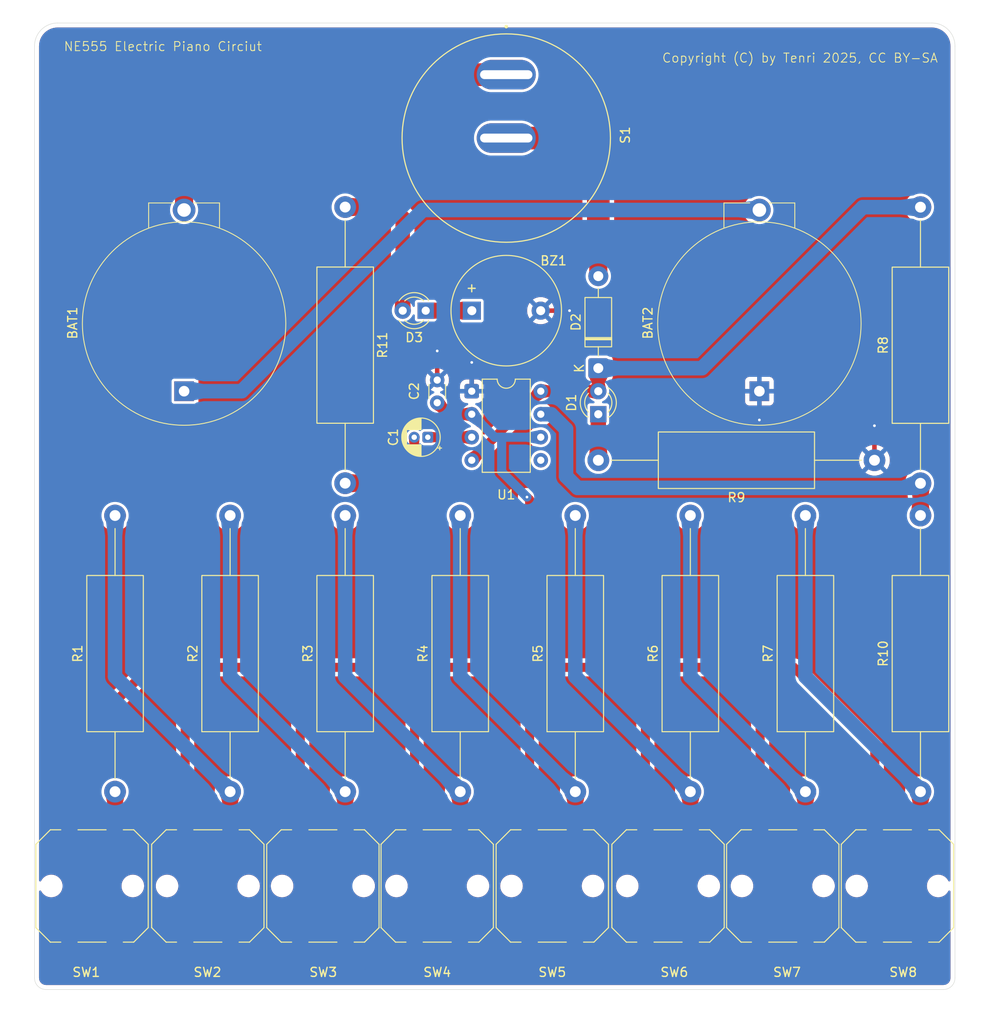
<source format=kicad_pcb>
(kicad_pcb (version 20241229) (generator "pcbnew") (generator_version "9.0")
  (layers (0 "F.Cu" signal) (2 "B.Cu" signal) (13 "F.Paste" user) (15 "B.Paste" user) (5 "F.SilkS" user "F.Silkscreen") (7 "B.SilkS" user "B.Silkscreen") (1 "F.Mask" user) (3 "B.Mask" user) (25 "Edge.Cuts" user))
  (net 0 "")
  (net 1 "Net-(BAT1-PadPos)")
  (net 2 "Net-(BAT1-PadNeg)")
  (net 3 "GND")
  (net 4 "Net-(BZ1-+)")
  (net 5 "Net-(U1-OUT)")
  (net 6 "Net-(U1-THRES)")
  (net 7 "Net-(D1-K)")
  (net 8 "Net-(D1-A)")
  (net 9 "Net-(D2-A)")
  (net 10 "Net-(R1-Pad2)")
  (net 11 "Net-(R1-Pad1)")
  (net 12 "Net-(R2-Pad2)")
  (net 13 "Net-(R3-Pad2)")
  (net 14 "Net-(R4-Pad2)")
  (net 15 "Net-(R5-Pad2)")
  (net 16 "Net-(R6-Pad2)")
  (net 17 "Net-(R10-Pad1)")
  (net 18 "Net-(U1-DISCH)")
  (net 20 "Net-(C1-Pad2)")
  (net 21 "Net-(D3-A)")
  (footprint "LED_THT:LED_D3.0mm" (layer "F.Cu") (at 163.83 92.71 90)
    (property "Reference" "D1")
    (property "Value" "LED")
  )
  (footprint "Buzzer_Beeper:Buzzer_12x9.5RM7.6" (layer "F.Cu") (at 149.87 81.28)
    (property "Reference" "BZ1")
    (property "Value" "Buzzer")
  )
  (footprint "Resistor_THT:R_Axial_DIN0617_L17.0mm_D6.0mm_P30.48mm_Horizontal" (layer "F.Cu") (at 135.89 69.845 -90)
    (property "Reference" "R11")
    (property "Value" "1 k")
  )
  (footprint "Capacitor_THT:CP_Radial_D4.0mm_P1.50mm" (layer "F.Cu") (at 145.01 95.25 180)
    (property "Reference" "C1")
    (property "Value" "10 uF")
  )
  (footprint "Symbol:OSHW-Logo2_7.3x6mm_Copper" (layer "F.Cu") (at 196.85 59.055)
    (property "Reference" "REF**" (hide yes))
    (property "Value" "OSHW-Logo2_7.3x6mm_Copper" (hide yes))
  )
  (footprint "RR511D1121:E-SWITCH_RR511D1121" (layer "F.Cu") (at 153.67 62.23 -90)
    (property "Reference" "S1")
    (property "Value" "RR511D1121")
  )
  (footprint "Button_Switch_SMD:SW_Push_1P1T_NO_CK_PTS125Sx85PSMTR" (layer "F.Cu") (at 107.95 144.78 90)
    (property "Reference" "SW1")
    (property "Value" "SW_Push")
  )
  (footprint "Button_Switch_SMD:SW_Push_1P1T_NO_CK_PTS125Sx85PSMTR" (layer "F.Cu") (at 196.85 144.78 90)
    (property "Reference" "SW8")
    (property "Value" "SW_Push")
  )
  (footprint "digikey-footprints:Battery_Holder_Coin_2032_BS-7" (layer "F.Cu") (at 181.61 90.17 90)
    (property "Reference" "BAT2")
    (property "Value" "BS-7")
  )
  (footprint "LED_THT:LED_D3.0mm" (layer "F.Cu") (at 144.78 81.28 180)
    (property "Reference" "D3")
    (property "Value" "LED")
  )
  (footprint "Resistor_THT:R_Axial_DIN0617_L17.0mm_D6.0mm_P30.48mm_Horizontal" (layer "F.Cu") (at 194.315 97.79 180)
    (property "Reference" "R9")
    (property "Value" "1 k")
  )
  (footprint "Button_Switch_SMD:SW_Push_1P1T_NO_CK_PTS125Sx85PSMTR" (layer "F.Cu") (at 120.73 144.78 90)
    (property "Reference" "SW2")
    (property "Value" "SW_Push")
  )
  (footprint "Resistor_THT:R_Axial_DIN0617_L17.0mm_D6.0mm_P30.48mm_Horizontal" (layer "F.Cu") (at 186.69 134.371 90)
    (property "Reference" "R7")
    (property "Value" "1 k")
  )
  (footprint "Capacitor_THT:C_Disc_D3.0mm_W1.6mm_P2.50mm" (layer "F.Cu") (at 146.05 91.44 90)
    (property "Reference" "C2")
    (property "Value" "100 nF")
  )
  (footprint "Button_Switch_SMD:SW_Push_1P1T_NO_CK_PTS125Sx85PSMTR" (layer "F.Cu") (at 146.05 144.78 90)
    (property "Reference" "SW4")
    (property "Value" "SW_Push")
  )
  (footprint "digikey-footprints:Battery_Holder_Coin_2032_BS-7" (layer "F.Cu") (at 118.11 90.17 90)
    (property "Reference" "BAT1")
    (property "Value" "BS-7")
  )
  (footprint "Button_Switch_SMD:SW_Push_1P1T_NO_CK_PTS125Sx85PSMTR" (layer "F.Cu") (at 184.19 144.78 90)
    (property "Reference" "SW7")
    (property "Value" "SW_Push")
  )
  (footprint "Resistor_THT:R_Axial_DIN0617_L17.0mm_D6.0mm_P30.48mm_Horizontal" (layer "F.Cu") (at 199.39 134.371 90)
    (property "Reference" "R10")
    (property "Value" "4.7 k")
  )
  (footprint "Resistor_THT:R_Axial_DIN0617_L17.0mm_D6.0mm_P30.48mm_Horizontal" (layer "F.Cu") (at 123.19 134.371 90)
    (property "Reference" "R2")
    (property "Value" "1 k")
  )
  (footprint "Resistor_THT:R_Axial_DIN0617_L17.0mm_D6.0mm_P30.48mm_Horizontal" (layer "F.Cu") (at 199.39 100.335 90)
    (property "Reference" "R8")
    (property "Value" "1 k")
  )
  (footprint "Diode_THT:D_DO-41_SOD81_P10.16mm_Horizontal" (layer "F.Cu") (at 163.83 87.63 90)
    (property "Reference" "D2")
    (property "Value" "1N4007")
  )
  (footprint "Resistor_THT:R_Axial_DIN0617_L17.0mm_D6.0mm_P30.48mm_Horizontal" (layer "F.Cu") (at 173.99 134.371 90)
    (property "Reference" "R6")
    (property "Value" "1 k")
  )
  (footprint "Button_Switch_SMD:SW_Push_1P1T_NO_CK_PTS125Sx85PSMTR" (layer "F.Cu") (at 133.43 144.78 90)
    (property "Reference" "SW3")
    (property "Value" "SW_Push")
  )
  (footprint "Resistor_THT:R_Axial_DIN0617_L17.0mm_D6.0mm_P30.48mm_Horizontal" (layer "F.Cu") (at 161.29 134.371 90)
    (property "Reference" "R5")
    (property "Value" "1 k")
  )
  (footprint "Resistor_THT:R_Axial_DIN0617_L17.0mm_D6.0mm_P30.48mm_Horizontal" (layer "F.Cu") (at 110.49 134.371 90)
    (property "Reference" "R1")
    (property "Value" "1 k")
  )
  (footprint "Button_Switch_SMD:SW_Push_1P1T_NO_CK_PTS125Sx85PSMTR" (layer "F.Cu") (at 158.75 144.78 90)
    (property "Reference" "SW5")
    (property "Value" "SW_Push")
  )
  (footprint "Resistor_THT:R_Axial_DIN0617_L17.0mm_D6.0mm_P30.48mm_Horizontal" (layer "F.Cu") (at 135.89 134.371 90)
    (property "Reference" "R3")
    (property "Value" "1 k")
  )
  (footprint "Resistor_THT:R_Axial_DIN0617_L17.0mm_D6.0mm_P30.48mm_Horizontal" (layer "F.Cu") (at 148.59 134.371 90)
    (property "Reference" "R4")
    (property "Value" "1 k")
  )
  (footprint "Package_DIP:DIP-8_W7.62mm" (layer "F.Cu") (at 149.86 90.17)
    (property "Reference" "U1")
    (property "Value" "NE555P")
  )
  (footprint "Button_Switch_SMD:SW_Push_1P1T_NO_CK_PTS125Sx85PSMTR" (layer "F.Cu") (at 171.53 144.78 90)
    (property "Reference" "SW6")
    (property "Value" "SW_Push")
  )
  (gr_line (start 203.2 154.94) (end 203.2 52.07) (stroke (width 0.05)) (layer "Edge.Cuts"))
  (gr_line (start 101.6 52.07) (end 101.6 154.94) (stroke (width 0.05)) (layer "Edge.Cuts"))
  (gr_line (start 200.66 49.53) (end 104.14 49.53) (stroke (width 0.05)) (layer "Edge.Cuts"))
  (gr_arc (start 101.6 52.07) (mid 102.343949 50.273949) (end 104.14 49.53) (stroke (width 0.05)) (layer "Edge.Cuts"))
  (gr_arc (start 200.66 49.53) (mid 202.456051 50.273949) (end 203.2 52.07) (stroke (width 0.05)) (layer "Edge.Cuts"))
  (gr_arc (start 102.87 156.21) (mid 101.971974 155.838026) (end 101.6 154.94) (stroke (width 0.05)) (layer "Edge.Cuts"))
  (gr_line (start 102.87 156.21) (end 201.93 156.21) (stroke (width 0.05)) (layer "Edge.Cuts"))
  (gr_arc (start 203.2 154.94) (mid 202.828026 155.838026) (end 201.93 156.21) (stroke (width 0.05)) (layer "Edge.Cuts"))
  (gr_text "NE555 Electric Piano Circiut" (at 104.775 52.705 0) (layer "F.SilkS") (effects (font (size 1 1) (thickness 0.1)) (justify left bottom)))
  (gr_text "Copyright (C) by Tenri 2025, CC BY-SA" (at 170.815 53.975 0) (layer "F.SilkS") (effects (font (size 1 1) (thickness 0.1)) (justify left bottom)))
  (segment (start 121.3 55.23) (end 119.38 57.15) (width 2.5) (layer "F.Cu") (net 1))
  (segment (start 119.38 57.15) (end 118.11 58.42) (width 2) (layer "F.Cu") (net 1))
  (segment (start 153.67 55.23) (end 121.3 55.23) (width 2.5) (layer "F.Cu") (net 1))
  (segment (start 118.11 58.42) (end 118.11 70.17) (width 2) (layer "F.Cu") (net 1))
  (segment (start 144.46 70.17) (end 124.46 90.17) (width 1.6) (layer "B.Cu") (net 2))
  (segment (start 181.61 70.17) (end 144.46 70.17) (width 1.6) (layer "B.Cu") (net 2))
  (segment (start 124.46 90.17) (end 118.11 90.17) (width 1.6) (layer "B.Cu") (net 2))
  (segment (start 181.61 93.345) (end 181.61 90.17) (width 0.5) (layer "F.Cu") (net 3))
  (segment (start 146.05 88.94) (end 146.05 85.725) (width 0.5) (layer "F.Cu") (net 3))
  (segment (start 194.31 93.98) (end 194.31 97.785) (width 0.5) (layer "F.Cu") (net 3))
  (segment (start 157.47 81.28) (end 160.655 81.28) (width 0.5) (layer "F.Cu") (net 3))
  (segment (start 149.86 90.17) (end 149.86 86.995) (width 0.5) (layer "F.Cu") (net 3))
  (segment (start 194.31 97.785) (end 194.315 97.79) (width 0.5) (layer "F.Cu") (net 3))
  (via (at 194.31 93.98) (size 0.5) (drill 0.3) (layers "F.Cu" "B.Cu") (net 3))
  (via (at 181.61 93.345) (size 0.5) (drill 0.3) (layers "F.Cu" "B.Cu") (net 3))
  (via (at 160.655 81.28) (size 0.5) (drill 0.3) (layers "F.Cu" "B.Cu") (net 3))
  (via (at 149.86 86.995) (size 0.6) (drill 0.3) (layers "F.Cu" "B.Cu") (net 3))
  (via (at 146.05 85.725) (size 0.6) (drill 0.3) (layers "F.Cu" "B.Cu") (net 3))
  (segment (start 144.78 81.28) (end 149.87 81.28) (width 1.6) (layer "F.Cu") (net 4))
  (segment (start 149.86 95.25) (end 145.01 95.25) (width 1) (layer "F.Cu") (net 5))
  (segment (start 195.58 150.7) (end 194.35 151.93) (width 1) (layer "F.Cu") (net 6))
  (segment (start 118.23 137.63) (end 119.38 138.78) (width 1) (layer "F.Cu") (net 6))
  (segment (start 143.55 137.63) (end 143.55 121.88) (width 1) (layer "F.Cu") (net 6))
  (segment (start 144.78 150.7) (end 143.55 151.93) (width 1) (layer "F.Cu") (net 6))
  (segment (start 105.45 137.63) (end 105.45 129.5) (width 1) (layer "F.Cu") (net 6))
  (segment (start 181.69 137.63) (end 181.69 122) (width 1) (layer "F.Cu") (net 6))
  (segment (start 130.93 121.8) (end 132.08 120.65) (width 1) (layer "F.Cu") (net 6))
  (segment (start 156.25 137.63) (end 156.25 120.65) (width 1) (layer "F.Cu") (net 6))
  (segment (start 143.55 121.88) (end 144.78 120.65) (width 1) (layer "F.Cu") (net 6))
  (segment (start 131.572 138.272) (end 130.93 137.63) (width 1) (layer "F.Cu") (net 6))
  (segment (start 169.03 137.63) (end 170.18 138.78) (width 1) (layer "F.Cu") (net 6))
  (segment (start 194.35 137.63) (end 195.58 138.86) (width 1) (layer "F.Cu") (net 6))
  (segment (start 170.18 150.78) (end 169.03 151.93) (width 1) (layer "F.Cu") (net 6))
  (segment (start 130.93 137.63) (end 130.93 121.8) (width 1) (layer "F.Cu") (net 6))
  (segment (start 185.42 120.65) (end 180.34 120.65) (width 1) (layer "F.Cu") (net 6))
  (segment (start 195.58 138.86) (end 195.58 150.7) (width 1) (layer "F.Cu") (net 6))
  (segment (start 180.34 120.65) (end 167.64 120.65) (width 1) (layer "F.Cu") (net 6))
  (segment (start 114.3 120.65) (end 119.38 120.65) (width 1) (layer "F.Cu") (net 6))
  (segment (start 119.38 138.78) (end 119.38 150.78) (width 1) (layer "F.Cu") (net 6))
  (segment (start 157.48 150.7) (end 157.48 138.86) (width 1) (layer "F.Cu") (net 6))
  (segment (start 182.88 150.74) (end 181.69 151.93) (width 1) (layer "F.Cu") (net 6))
  (segment (start 130.93 151.93) (end 131.572 151.288) (width 1) (layer "F.Cu") (net 6))
  (segment (start 156.25 102.148) (end 155.956 101.854) (width 1) (layer "F.Cu") (net 6))
  (segment (start 119.38 150.78) (end 118.23 151.93) (width 1) (layer "F.Cu") (net 6))
  (segment (start 156.25 120.65) (end 156.25 102.148) (width 1) (layer "F.Cu") (net 6))
  (segment (start 144.78 120.65) (end 156.25 120.65) (width 1) (layer "F.Cu") (net 6))
  (segment (start 105.45 129.5) (end 114.3 120.65) (width 1) (layer "F.Cu") (net 6))
  (segment (start 119.38 120.65) (end 132.08 120.65) (width 1) (layer "F.Cu") (net 6))
  (segment (start 169.03 137.63) (end 169.03 122.04) (width 1) (layer "F.Cu") (net 6))
  (segment (start 194.35 137.63) (end 194.35 129.58) (width 1) (layer "F.Cu") (net 6))
  (segment (start 143.55 137.63) (end 144.78 138.86) (width 1) (layer "F.Cu") (net 6))
  (segment (start 156.25 151.93) (end 157.48 150.7) (width 1) (layer "F.Cu") (net 6))
  (segment (start 144.78 138.86) (end 144.78 150.7) (width 1) (layer "F.Cu") (net 6))
  (segment (start 170.18 138.78) (end 170.18 150.78) (width 1) (layer "F.Cu") (net 6))
  (segment (start 106.68 138.86) (end 106.68 150.7) (width 1) (layer "F.Cu") (net 6))
  (segment (start 181.69 137.63) (end 182.88 138.82) (width 1) (layer "F.Cu") (net 6))
  (segment (start 194.35 129.58) (end 185.42 120.65) (width 1) (layer "F.Cu") (net 6))
  (segment (start 157.48 138.86) (end 156.25 137.63) (width 1) (layer "F.Cu") (net 6))
  (segment (start 147.32 92.71) (end 146.05 91.44) (width 1) (layer "F.Cu") (net 6))
  (segment (start 106.68 150.7) (end 105.45 151.93) (width 1) (layer "F.Cu") (net 6))
  (segment (start 149.86 92.71) (end 147.32 92.71) (width 1) (layer "F.Cu") (net 6))
  (segment (start 118.23 121.8) (end 119.38 120.65) (width 1) (layer "F.Cu") (net 6))
  (segment (start 132.08 120.65) (end 144.78 120.65) (width 1) (layer "F.Cu") (net 6))
  (segment (start 131.572 151.288) (end 131.572 138.272) (width 1) (layer "F.Cu") (net 6))
  (segment (start 181.69 122) (end 180.34 120.65) (width 1) (layer "F.Cu") (net 6))
  (segment (start 105.45 137.63) (end 106.68 138.86) (width 1) (layer "F.Cu") (net 6))
  (segment (start 182.88 138.82) (end 182.88 150.74) (width 1) (layer "F.Cu") (net 6))
  (segment (start 118.23 137.63) (end 118.23 121.8) (width 1) (layer "F.Cu") (net 6))
  (segment (start 169.03 122.04) (end 167.64 120.65) (width 1) (layer "F.Cu") (net 6))
  (segment (start 167.64 120.65) (end 156.25 120.65) (width 1) (layer "F.Cu") (net 6))
  (via (at 155.956 101.854) (size 0.6) (drill 0.3) (layers "F.Cu" "B.Cu") (net 6))
  (segment (start 153.162 95.25) (end 152.4 95.25) (width 1) (layer "B.Cu") (net 6))
  (segment (start 153.162 99.06) (end 153.162 95.25) (width 1) (layer "B.Cu") (net 6))
  (segment (start 155.956 101.854) (end 153.162 99.06) (width 1) (layer "B.Cu") (net 6))
  (segment (start 152.4 95.25) (end 149.86 92.71) (width 1) (layer "B.Cu") (net 6))
  (segment (start 157.48 95.25) (end 153.162 95.25) (width 1) (layer "B.Cu") (net 6))
  (segment (start 163.83 97.785) (end 163.835 97.79) (width 1.7) (layer "F.Cu") (net 7))
  (segment (start 163.83 92.71) (end 163.83 97.785) (width 1.7) (layer "F.Cu") (net 7))
  (segment (start 157.48 90.17) (end 163.83 90.17) (width 1) (layer "F.Cu") (net 8))
  (segment (start 163.83 90.17) (end 163.83 87.63) (width 1) (layer "F.Cu") (net 8))
  (segment (start 149.86 97.79) (end 157.48 90.17) (width 1) (layer "F.Cu") (net 8))
  (segment (start 193.035 69.855) (end 199.39 69.855) (width 1.6) (layer "B.Cu") (net 8))
  (segment (start 163.83 87.63) (end 175.26 87.63) (width 1.6) (layer "B.Cu") (net 8))
  (segment (start 175.26 87.63) (end 193.035 69.855) (width 1.6) (layer "B.Cu") (net 8))
  (segment (start 160.02 62.23) (end 162.56 64.77) (width 2.5) (layer "F.Cu") (net 9))
  (segment (start 153.67 62.23) (end 160.02 62.23) (width 2.5) (layer "F.Cu") (net 9))
  (segment (start 163.83 73.66) (end 163.83 77.47) (width 2) (layer "F.Cu") (net 9))
  (segment (start 163.83 66.04) (end 163.83 73.66) (width 2.5) (layer "F.Cu") (net 9))
  (segment (start 162.56 64.77) (end 163.83 66.04) (width 2.5) (layer "F.Cu") (net 9))
  (segment (start 121.92 150.62) (end 123.23 151.93) (width 1) (layer "F.Cu") (net 10))
  (segment (start 123.23 137.63) (end 121.92 138.94) (width 1) (layer "F.Cu") (net 10))
  (segment (start 123.19 137.59) (end 123.23 137.63) (width 1.3) (layer "F.Cu") (net 10))
  (segment (start 123.19 134.371) (end 123.19 137.59) (width 1.3) (layer "F.Cu") (net 10))
  (segment (start 121.92 138.94) (end 121.92 150.62) (width 1) (layer "F.Cu") (net 10))
  (segment (start 110.49 121.671) (end 123.19 134.371) (width 1.6) (layer "B.Cu") (net 10))
  (segment (start 110.49 103.891) (end 110.49 121.671) (width 1.6) (layer "B.Cu") (net 10))
  (segment (start 109.855 138.225) (end 109.855 151.335) (width 1) (layer "F.Cu") (net 11))
  (segment (start 109.855 151.335) (end 110.45 151.93) (width 1) (layer "F.Cu") (net 11))
  (segment (start 110.49 137.59) (end 110.45 137.63) (width 1.3) (layer "F.Cu") (net 11))
  (segment (start 110.45 137.63) (end 109.855 138.225) (width 1) (layer "F.Cu") (net 11))
  (segment (start 110.49 134.371) (end 110.49 137.59) (width 1.3) (layer "F.Cu") (net 11))
  (segment (start 135.93 137.63) (end 135.636 137.924) (width 1) (layer "F.Cu") (net 12))
  (segment (start 135.636 137.924) (end 135.636 151.636) (width 1) (layer "F.Cu") (net 12))
  (segment (start 135.636 151.636) (end 135.93 151.93) (width 1) (layer "F.Cu") (net 12))
  (segment (start 135.89 134.371) (end 135.89 137.59) (width 1.3) (layer "F.Cu") (net 12))
  (segment (start 135.89 137.59) (end 135.93 137.63) (width 1.3) (layer "F.Cu") (net 12))
  (segment (start 123.19 121.671) (end 135.89 134.371) (width 1.6) (layer "B.Cu") (net 12))
  (segment (start 123.19 103.891) (end 123.19 121.671) (width 1.6) (layer "B.Cu") (net 12))
  (segment (start 148.59 134.371) (end 148.59 137.59) (width 1.3) (layer "F.Cu") (net 13))
  (segment (start 148.55 151.93) (end 147.32 150.7) (width 1) (layer "F.Cu") (net 13))
  (segment (start 148.59 137.59) (end 148.55 137.63) (width 1.3) (layer "F.Cu") (net 13))
  (segment (start 147.32 150.7) (end 147.32 138.86) (width 1) (layer "F.Cu") (net 13))
  (segment (start 147.32 138.86) (end 148.55 137.63) (width 1) (layer "F.Cu") (net 13))
  (segment (start 135.89 103.891) (end 135.89 121.671) (width 1.6) (layer "B.Cu") (net 13))
  (segment (start 135.89 121.671) (end 148.59 134.371) (width 1.6) (layer "B.Cu") (net 13))
  (segment (start 161.29 134.371) (end 161.29 137.59) (width 1.3) (layer "F.Cu") (net 14))
  (segment (start 161.25 137.63) (end 160.02 138.86) (width 1) (layer "F.Cu") (net 14))
  (segment (start 161.29 137.59) (end 161.25 137.63) (width 1.3) (layer "F.Cu") (net 14))
  (segment (start 160.02 138.86) (end 160.02 150.7) (width 1) (layer "F.Cu") (net 14))
  (segment (start 160.02 150.7) (end 161.25 151.93) (width 1) (layer "F.Cu") (net 14))
  (segment (start 148.59 103.891) (end 148.59 121.671) (width 1.6) (layer "B.Cu") (net 14))
  (segment (start 148.59 121.671) (end 161.29 134.371) (width 1.6) (layer "B.Cu") (net 14))
  (segment (start 172.72 138.94) (end 172.72 150.62) (width 1) (layer "F.Cu") (net 15))
  (segment (start 173.99 134.371) (end 173.99 137.59) (width 1.3) (layer "F.Cu") (net 15))
  (segment (start 174.03 137.63) (end 172.72 138.94) (width 1) (layer "F.Cu") (net 15))
  (segment (start 173.99 137.59) (end 174.03 137.63) (width 1.3) (layer "F.Cu") (net 15))
  (segment (start 172.72 150.62) (end 174.03 151.93) (width 1) (layer "F.Cu") (net 15))
  (segment (start 161.29 121.671) (end 173.99 134.371) (width 1.6) (layer "B.Cu") (net 15))
  (segment (start 161.29 103.891) (end 161.29 121.671) (width 1.6) (layer "B.Cu") (net 15))
  (segment (start 186.69 137.63) (end 185.42 138.9) (width 1) (layer "F.Cu") (net 16))
  (segment (start 186.69 134.371) (end 186.69 137.63) (width 1.3) (layer "F.Cu") (net 16))
  (segment (start 185.42 138.9) (end 185.42 150.66) (width 1) (layer "F.Cu") (net 16))
  (segment (start 185.42 150.66) (end 186.69 151.93) (width 1) (layer "F.Cu") (net 16))
  (segment (start 173.99 121.671) (end 186.69 134.371) (width 1.6) (layer "B.Cu") (net 16))
  (segment (start 173.99 103.891) (end 173.99 121.671) (width 1.6) (layer "B.Cu") (net 16))
  (segment (start 199.39 137.59) (end 199.35 137.63) (width 1.3) (layer "F.Cu") (net 17))
  (segment (start 198.12 150.7) (end 199.35 151.93) (width 1) (layer "F.Cu") (net 17))
  (segment (start 199.35 137.63) (end 198.12 138.86) (width 1) (layer "F.Cu") (net 17))
  (segment (start 199.39 134.371) (end 199.39 137.59) (width 1.3) (layer "F.Cu") (net 17))
  (segment (start 198.12 138.86) (end 198.12 150.7) (width 1) (layer "F.Cu") (net 17))
  (segment (start 186.69 121.671) (end 199.39 134.371) (width 1.6) (layer "B.Cu") (net 17))
  (segment (start 186.69 103.891) (end 186.69 121.671) (width 1.6) (layer "B.Cu") (net 17))
  (segment (start 199.39 100.335) (end 199.39 103.891) (width 1.6) (layer "F.Cu") (net 18))
  (segment (start 158.61137 92.71) (end 160.274 94.37263) (width 1.6) (layer "B.Cu") (net 18))
  (segment (start 160.274 99.568) (end 161.544 100.838) (width 1.6) (layer "B.Cu") (net 18))
  (segment (start 161.544 100.838) (end 198.887 100.838) (width 1.6) (layer "B.Cu") (net 18))
  (segment (start 198.887 100.838) (end 199.39 100.335) (width 1.6) (layer "B.Cu") (net 18))
  (segment (start 160.274 94.37263) (end 160.274 99.568) (width 1.6) (layer "B.Cu") (net 18))
  (segment (start 157.48 92.71) (end 158.61137 92.71) (width 1.6) (layer "B.Cu") (net 18))
  (segment (start 135.89 100.325) (end 142.245 100.325) (width 1.7) (layer "F.Cu") (net 20))
  (segment (start 142.245 100.325) (end 143.51 99.06) (width 1.7) (layer "F.Cu") (net 20))
  (segment (start 143.51 99.06) (end 143.51 95.25) (width 1) (layer "F.Cu") (net 20))
  (segment (start 142.24 71.12) (end 142.24 81.28) (width 1.6) (layer "F.Cu") (net 21))
  (segment (start 135.89 69.845) (end 140.965 69.845) (width 1.8) (layer "F.Cu") (net 21))
  (segment (start 140.965 69.845) (end 142.24 71.12) (width 1.8) (layer "F.Cu") (net 21))
  (zone (net 3) (net_name "GND") (layer "F.Cu") (connect_pads (clearance 0.5)) (min_thickness 0.25) (fill yes (thermal_gap 0.5) (thermal_bridge_width 0.25))
    (polygon (pts (xy 99.06 48.26) (xy 205.74 48.26) (xy 207.01 157.48) (xy 99.06 157.48)))
  )
  (zone (net 3) (net_name "GND") (layer "B.Cu") (priority 1) (connect_pads (clearance 0.3)) (min_thickness 0.25) (fill yes (thermal_gap 0.5) (thermal_bridge_width 0.5))
    (polygon (pts (xy 97.79 46.99) (xy 207.01 46.99) (xy 208.28 158.75) (xy 97.79 160.02)))
  )
)
</source>
